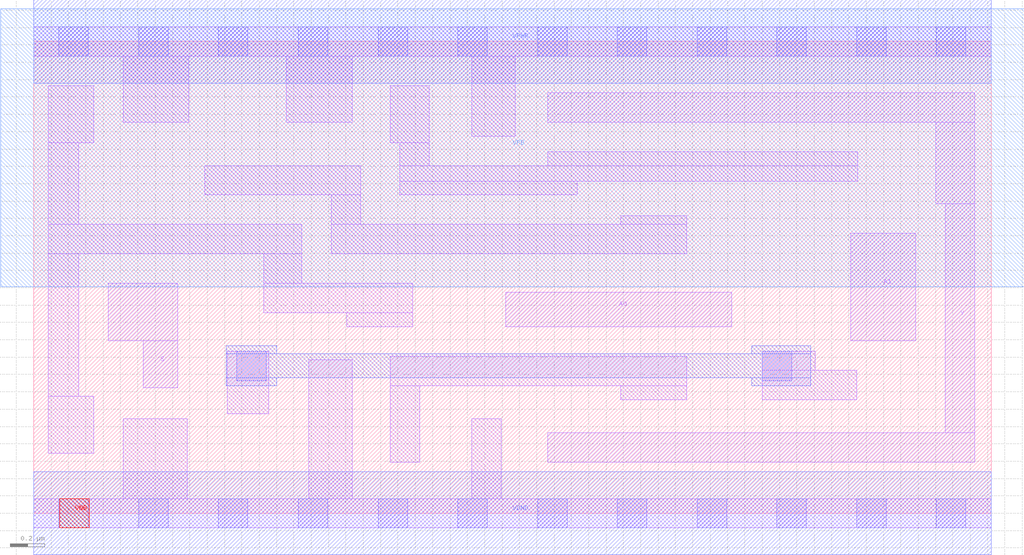
<source format=lef>
# Copyright 2020 The SkyWater PDK Authors
#
# Licensed under the Apache License, Version 2.0 (the "License");
# you may not use this file except in compliance with the License.
# You may obtain a copy of the License at
#
#     https://www.apache.org/licenses/LICENSE-2.0
#
# Unless required by applicable law or agreed to in writing, software
# distributed under the License is distributed on an "AS IS" BASIS,
# WITHOUT WARRANTIES OR CONDITIONS OF ANY KIND, either express or implied.
# See the License for the specific language governing permissions and
# limitations under the License.
#
# SPDX-License-Identifier: Apache-2.0

VERSION 5.7 ;
  NOWIREEXTENSIONATPIN ON ;
  DIVIDERCHAR "/" ;
  BUSBITCHARS "[]" ;
PROPERTYDEFINITIONS
  MACRO maskLayoutSubType STRING ;
  MACRO prCellType STRING ;
  MACRO originalViewName STRING ;
END PROPERTYDEFINITIONS
MACRO sky130_fd_sc_hdll__mux2i_2
  CLASS CORE ;
  FOREIGN sky130_fd_sc_hdll__mux2i_2 ;
  ORIGIN  0.000000  0.000000 ;
  SIZE  5.520000 BY  2.720000 ;
  SYMMETRY X Y R90 ;
  SITE unithd ;
  PIN A0
    ANTENNAGATEAREA  0.555000 ;
    DIRECTION INPUT ;
    USE SIGNAL ;
    PORT
      LAYER li1 ;
        RECT 2.720000 1.075000 4.025000 1.275000 ;
    END
  END A0
  PIN A1
    ANTENNAGATEAREA  0.555000 ;
    DIRECTION INPUT ;
    USE SIGNAL ;
    PORT
      LAYER li1 ;
        RECT 4.710000 0.995000 5.085000 1.615000 ;
    END
  END A1
  PIN S
    ANTENNAGATEAREA  0.832500 ;
    DIRECTION INPUT ;
    USE SIGNAL ;
    PORT
      LAYER li1 ;
        RECT 0.430000 0.995000 0.830000 1.325000 ;
        RECT 0.630000 0.725000 0.830000 0.995000 ;
    END
  END S
  PIN VGND
    ANTENNADIFFAREA  0.585000 ;
    DIRECTION INOUT ;
    USE SIGNAL ;
    PORT
      LAYER met1 ;
        RECT 0.000000 -0.240000 5.520000 0.240000 ;
    END
  END VGND
  PIN VNB
    PORT
      LAYER pwell ;
        RECT 0.150000 -0.085000 0.320000 0.085000 ;
    END
  END VNB
  PIN VPB
    PORT
      LAYER nwell ;
        RECT -0.190000 1.305000 5.710000 2.910000 ;
    END
  END VPB
  PIN VPWR
    ANTENNADIFFAREA  0.850000 ;
    DIRECTION INOUT ;
    USE SIGNAL ;
    PORT
      LAYER met1 ;
        RECT 0.000000 2.480000 5.520000 2.960000 ;
    END
  END VPWR
  PIN Y
    ANTENNADIFFAREA  1.796250 ;
    DIRECTION OUTPUT ;
    USE SIGNAL ;
    PORT
      LAYER li1 ;
        RECT 2.965000 0.295000 5.425000 0.465000 ;
        RECT 2.965000 2.255000 5.425000 2.425000 ;
        RECT 5.200000 1.785000 5.425000 2.255000 ;
        RECT 5.255000 0.465000 5.425000 1.785000 ;
    END
  END Y
  OBS
    LAYER li1 ;
      RECT 0.000000 -0.085000 5.520000 0.085000 ;
      RECT 0.000000  2.635000 5.520000 2.805000 ;
      RECT 0.085000  0.345000 0.345000 0.675000 ;
      RECT 0.085000  0.675000 0.260000 1.495000 ;
      RECT 0.085000  1.495000 1.545000 1.665000 ;
      RECT 0.085000  1.665000 0.260000 2.135000 ;
      RECT 0.085000  2.135000 0.345000 2.465000 ;
      RECT 0.515000  0.085000 0.885000 0.545000 ;
      RECT 0.515000  2.255000 0.895000 2.635000 ;
      RECT 0.985000  1.835000 1.885000 2.005000 ;
      RECT 1.115000  0.575000 1.355000 0.935000 ;
      RECT 1.325000  1.155000 2.185000 1.325000 ;
      RECT 1.325000  1.325000 1.545000 1.495000 ;
      RECT 1.455000  2.255000 1.835000 2.635000 ;
      RECT 1.585000  0.085000 1.835000 0.885000 ;
      RECT 1.715000  1.495000 3.765000 1.665000 ;
      RECT 1.715000  1.665000 1.885000 1.835000 ;
      RECT 1.805000  1.075000 2.185000 1.155000 ;
      RECT 2.055000  0.295000 2.225000 0.735000 ;
      RECT 2.055000  0.735000 3.765000 0.905000 ;
      RECT 2.055000  2.135000 2.280000 2.465000 ;
      RECT 2.110000  1.835000 3.135000 1.915000 ;
      RECT 2.110000  1.915000 4.750000 2.005000 ;
      RECT 2.110000  2.005000 2.280000 2.135000 ;
      RECT 2.525000  0.085000 2.695000 0.545000 ;
      RECT 2.525000  2.175000 2.775000 2.635000 ;
      RECT 2.965000  2.005000 4.750000 2.085000 ;
      RECT 3.385000  0.655000 3.765000 0.735000 ;
      RECT 3.385000  1.665000 3.765000 1.715000 ;
      RECT 4.200000  0.655000 4.745000 0.825000 ;
      RECT 4.200000  0.825000 4.505000 0.935000 ;
    LAYER mcon ;
      RECT 0.145000 -0.085000 0.315000 0.085000 ;
      RECT 0.145000  2.635000 0.315000 2.805000 ;
      RECT 0.605000 -0.085000 0.775000 0.085000 ;
      RECT 0.605000  2.635000 0.775000 2.805000 ;
      RECT 1.065000 -0.085000 1.235000 0.085000 ;
      RECT 1.065000  2.635000 1.235000 2.805000 ;
      RECT 1.170000  0.765000 1.340000 0.935000 ;
      RECT 1.525000 -0.085000 1.695000 0.085000 ;
      RECT 1.525000  2.635000 1.695000 2.805000 ;
      RECT 1.985000 -0.085000 2.155000 0.085000 ;
      RECT 1.985000  2.635000 2.155000 2.805000 ;
      RECT 2.445000 -0.085000 2.615000 0.085000 ;
      RECT 2.445000  2.635000 2.615000 2.805000 ;
      RECT 2.905000 -0.085000 3.075000 0.085000 ;
      RECT 2.905000  2.635000 3.075000 2.805000 ;
      RECT 3.365000 -0.085000 3.535000 0.085000 ;
      RECT 3.365000  2.635000 3.535000 2.805000 ;
      RECT 3.825000 -0.085000 3.995000 0.085000 ;
      RECT 3.825000  2.635000 3.995000 2.805000 ;
      RECT 4.200000  0.765000 4.370000 0.935000 ;
      RECT 4.285000 -0.085000 4.455000 0.085000 ;
      RECT 4.285000  2.635000 4.455000 2.805000 ;
      RECT 4.745000 -0.085000 4.915000 0.085000 ;
      RECT 4.745000  2.635000 4.915000 2.805000 ;
      RECT 5.205000 -0.085000 5.375000 0.085000 ;
      RECT 5.205000  2.635000 5.375000 2.805000 ;
    LAYER met1 ;
      RECT 1.110000 0.735000 1.400000 0.780000 ;
      RECT 1.110000 0.780000 4.480000 0.920000 ;
      RECT 1.110000 0.920000 1.400000 0.965000 ;
      RECT 4.140000 0.735000 4.480000 0.780000 ;
      RECT 4.140000 0.920000 4.480000 0.965000 ;
  END
  PROPERTY maskLayoutSubType "abstract" ;
  PROPERTY prCellType "standard" ;
  PROPERTY originalViewName "layout" ;
END sky130_fd_sc_hdll__mux2i_2
END LIBRARY

</source>
